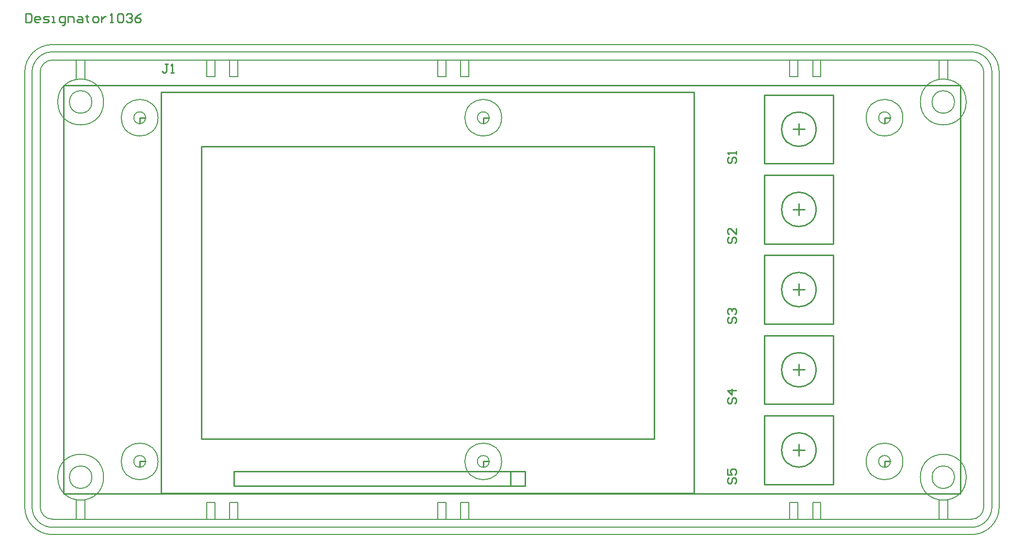
<source format=gto>
%FSLAX43Y43*%
%MOMM*%
G71*
G01*
G75*
%ADD10C,0.348*%
%ADD11C,0.599*%
%ADD12C,0.350*%
%ADD13C,0.600*%
%ADD14C,2.000*%
%ADD15C,2.500*%
%ADD16C,1.800*%
%ADD17R,1.800X1.800*%
%ADD18C,3.000*%
%ADD19R,1.700X1.700*%
%ADD20C,1.700*%
%ADD21C,1.600*%
%ADD22R,1.900X1.900*%
%ADD23C,1.900*%
%ADD24R,1.700X1.700*%
%ADD25R,1.800X1.800*%
%ADD26R,2.000X2.000*%
%ADD27C,1.500*%
%ADD28C,1.400*%
%ADD29C,1.575*%
%ADD30C,1.100*%
%ADD31C,1.100*%
%ADD32R,1.600X1.300*%
%ADD33R,1.300X1.600*%
%ADD34R,1.600X1.200*%
%ADD35O,0.750X2.500*%
%ADD36R,0.750X2.500*%
%ADD37O,2.500X0.750*%
%ADD38R,2.500X0.750*%
%ADD39R,0.500X1.500*%
%ADD40R,1.500X0.500*%
%ADD41O,0.500X1.500*%
%ADD42O,2.000X0.750*%
%ADD43R,2.000X0.750*%
%ADD44C,0.381*%
%ADD45C,0.500*%
%ADD46C,0.254*%
%ADD47C,0.127*%
D46*
X118000Y44000D02*
G03*
X118000Y44000I-3000J0D01*
G01*
Y30000D02*
G03*
X118000Y30000I-3000J0D01*
G01*
Y16000D02*
G03*
X118000Y16000I-3000J0D01*
G01*
Y2000D02*
G03*
X118000Y2000I-3000J0D01*
G01*
Y58000D02*
G03*
X118000Y58000I-3000J0D01*
G01*
X3740Y-5540D02*
Y64460D01*
X96740D01*
Y-5540D02*
Y64460D01*
X3740Y-5540D02*
X96740D01*
X16470Y-1730D02*
X67270D01*
X16470Y-4270D02*
Y-1730D01*
Y-4270D02*
X67270D01*
Y-1730D01*
X64730Y-4270D02*
Y-1730D01*
X10740Y3960D02*
X89740D01*
Y54960D01*
X10740D02*
X89740D01*
X10740Y3960D02*
Y54960D01*
X115000Y45000D02*
X115000Y43000D01*
X114000Y44000D02*
X116000D01*
X109000Y38000D02*
X121000D01*
X109000D02*
Y50000D01*
X121000D01*
Y38000D02*
Y50000D01*
X115000Y29000D02*
Y31000D01*
X114000Y30000D02*
X116000D01*
X109000Y24000D02*
X121000D01*
X109000D02*
Y36000D01*
X121000Y36000D01*
Y24000D02*
Y36000D01*
X115000Y15000D02*
X115000Y17000D01*
X114000Y16000D02*
X116000Y16000D01*
X109000Y10000D02*
X121000D01*
X109000D02*
X109000Y22000D01*
X121000D01*
Y10000D02*
Y22000D01*
X115000Y1000D02*
Y3000D01*
X114000Y2000D02*
X116000Y2000D01*
X109000Y-4000D02*
X121000D01*
X109000D02*
Y8000D01*
X121000Y8000D01*
Y-4000D02*
Y8000D01*
X129944Y59000D02*
X129944Y60000D01*
X131000D01*
X59944Y59000D02*
X59944Y60000D01*
X61000Y60000D01*
X0Y59000D02*
X0Y60000D01*
X1000D01*
X129944Y0D02*
X129944Y-1000D01*
X129944Y0D02*
X131000Y-0D01*
X59944Y-1000D02*
Y-0D01*
X61000D01*
X0Y0D02*
X0Y-1000D01*
X0Y0D02*
X1000Y-0D01*
X-13250Y-5660D02*
Y65640D01*
X-13250Y-5660D02*
X143150Y-5660D01*
X143150Y65640D02*
X143150Y-5660D01*
X-13250Y65640D02*
X143150Y65640D01*
X121000Y64000D02*
X121000Y52000D01*
X109000Y64000D02*
X121000Y64000D01*
X109000Y52000D02*
Y64000D01*
X109000Y52000D02*
X121000D01*
X114000Y58000D02*
X116000Y58000D01*
X115000Y57000D02*
Y59000D01*
X4887Y69415D02*
X4379D01*
X4633D01*
Y68145D01*
X4379Y67891D01*
X4126D01*
X3872Y68145D01*
X5395Y67891D02*
X5903D01*
X5649D01*
Y69415D01*
X5395Y69161D01*
X102834Y53148D02*
X102580Y52894D01*
Y52387D01*
X102834Y52133D01*
X103088D01*
X103342Y52387D01*
Y52894D01*
X103596Y53148D01*
X103849D01*
X104103Y52894D01*
Y52387D01*
X103849Y52133D01*
X104103Y53656D02*
Y54164D01*
Y53910D01*
X102580D01*
X102834Y53656D01*
Y39148D02*
X102580Y38894D01*
Y38387D01*
X102834Y38133D01*
X103088D01*
X103342Y38387D01*
Y38894D01*
X103596Y39148D01*
X103849D01*
X104103Y38894D01*
Y38387D01*
X103849Y38133D01*
X104103Y40672D02*
Y39656D01*
X103088Y40672D01*
X102834D01*
X102580Y40418D01*
Y39910D01*
X102834Y39656D01*
Y25148D02*
X102580Y24894D01*
Y24387D01*
X102834Y24133D01*
X103088D01*
X103342Y24387D01*
Y24894D01*
X103596Y25148D01*
X103849D01*
X104103Y24894D01*
Y24387D01*
X103849Y24133D01*
X102834Y25656D02*
X102580Y25910D01*
Y26418D01*
X102834Y26672D01*
X103088D01*
X103342Y26418D01*
Y26164D01*
Y26418D01*
X103596Y26672D01*
X103849D01*
X104103Y26418D01*
Y25910D01*
X103849Y25656D01*
X102834Y11148D02*
X102580Y10894D01*
Y10387D01*
X102834Y10133D01*
X103088D01*
X103342Y10387D01*
Y10894D01*
X103596Y11148D01*
X103849D01*
X104103Y10894D01*
Y10387D01*
X103849Y10133D01*
X104103Y12418D02*
X102580D01*
X103342Y11656D01*
Y12672D01*
X102834Y-2852D02*
X102580Y-3106D01*
Y-3613D01*
X102834Y-3867D01*
X103088D01*
X103342Y-3613D01*
Y-3106D01*
X103596Y-2852D01*
X103849D01*
X104103Y-3106D01*
Y-3613D01*
X103849Y-3867D01*
X102580Y-1328D02*
Y-2344D01*
X103342D01*
X103088Y-1836D01*
Y-1582D01*
X103342Y-1328D01*
X103849D01*
X104103Y-1582D01*
Y-2090D01*
X103849Y-2344D01*
X-19872Y78172D02*
Y76648D01*
X-19110D01*
X-18856Y76902D01*
Y77918D01*
X-19110Y78172D01*
X-19872D01*
X-17586Y76648D02*
X-18094D01*
X-18348Y76902D01*
Y77410D01*
X-18094Y77664D01*
X-17586D01*
X-17332Y77410D01*
Y77156D01*
X-18348D01*
X-16825Y76648D02*
X-16063D01*
X-15809Y76902D01*
X-16063Y77156D01*
X-16571D01*
X-16825Y77410D01*
X-16571Y77664D01*
X-15809D01*
X-15301Y76648D02*
X-14793D01*
X-15047D01*
Y77664D01*
X-15301D01*
X-13524Y76140D02*
X-13270D01*
X-13016Y76394D01*
Y77664D01*
X-13778D01*
X-14031Y77410D01*
Y76902D01*
X-13778Y76648D01*
X-13016D01*
X-12508D02*
Y77664D01*
X-11746D01*
X-11492Y77410D01*
Y76648D01*
X-10731Y77664D02*
X-10223D01*
X-9969Y77410D01*
Y76648D01*
X-10731D01*
X-10984Y76902D01*
X-10731Y77156D01*
X-9969D01*
X-9207Y77918D02*
Y77664D01*
X-9461D01*
X-8953D01*
X-9207D01*
Y76902D01*
X-8953Y76648D01*
X-7937D02*
X-7430D01*
X-7176Y76902D01*
Y77410D01*
X-7430Y77664D01*
X-7937D01*
X-8191Y77410D01*
Y76902D01*
X-7937Y76648D01*
X-6668Y77664D02*
Y76648D01*
Y77156D01*
X-6414Y77410D01*
X-6160Y77664D01*
X-5906D01*
X-5144Y76648D02*
X-4637D01*
X-4890D01*
Y78172D01*
X-5144Y77918D01*
X-3875D02*
X-3621Y78172D01*
X-3113D01*
X-2859Y77918D01*
Y76902D01*
X-3113Y76648D01*
X-3621D01*
X-3875Y76902D01*
Y77918D01*
X-2351D02*
X-2097Y78172D01*
X-1590D01*
X-1336Y77918D01*
Y77664D01*
X-1590Y77410D01*
X-1843D01*
X-1590D01*
X-1336Y77156D01*
Y76902D01*
X-1590Y76648D01*
X-2097D01*
X-2351Y76902D01*
X188Y78172D02*
X-320Y77918D01*
X-828Y77410D01*
Y76902D01*
X-574Y76648D01*
X-66D01*
X188Y76902D01*
Y77156D01*
X-66Y77410D01*
X-828D01*
D47*
X130973Y60000D02*
G03*
X130973Y60000I-1029J0D01*
G01*
X133144D02*
G03*
X133144Y60000I-3200J0D01*
G01*
X147255Y67948D02*
G03*
X145121Y70081I-2134J0D01*
G01*
X-20055Y-7948D02*
G03*
X-15229Y-12774I4826J0D01*
G01*
X-15229Y72774D02*
G03*
X-20055Y67948I0J-4826D01*
G01*
X149947Y67948D02*
G03*
X145121Y72774I-4826J0D01*
G01*
X145121Y-12774D02*
G03*
X149947Y-7948I0J4826D01*
G01*
X145121Y-10081D02*
G03*
X147255Y-7948I0J2134D01*
G01*
X-17362Y-7948D02*
G03*
X-15229Y-10081I2134J0D01*
G01*
X-15229Y70081D02*
G03*
X-17362Y67948I0J-2134D01*
G01*
X144194Y-2753D02*
G03*
X144194Y-2753I-4001J0D01*
G01*
X-6301D02*
G03*
X-6301Y-2753I-4001J0D01*
G01*
X-6301Y62753D02*
G03*
X-6301Y62753I-4001J0D01*
G01*
X144194Y62753D02*
G03*
X144194Y62753I-4001J0D01*
G01*
X-8333Y-2753D02*
G03*
X-8333Y-2753I-1969J0D01*
G01*
X-8333Y62753D02*
G03*
X-8333Y62753I-1969J0D01*
G01*
X142162Y-2753D02*
G03*
X142162Y-2753I-1969J0D01*
G01*
Y62753D02*
G03*
X142162Y62753I-1969J0D01*
G01*
X-18781Y-7948D02*
G03*
X-15229Y-11500I3552J0D01*
G01*
X-15229Y71500D02*
G03*
X-18781Y67948I0J-3552D01*
G01*
X145121Y-11500D02*
G03*
X148674Y-7948I0J3552D01*
G01*
X148674Y67948D02*
G03*
X145121Y71500I-3552J0D01*
G01*
X63144Y-0D02*
G03*
X63144Y-0I-3200J0D01*
G01*
X63144Y60000D02*
G03*
X63144Y60000I-3200J0D01*
G01*
X133144Y-0D02*
G03*
X133144Y-0I-3200J0D01*
G01*
X60973D02*
G03*
X60973Y-0I-1029J0D01*
G01*
X60973Y60000D02*
G03*
X60973Y60000I-1029J0D01*
G01*
X130973Y-0D02*
G03*
X130973Y-0I-1029J0D01*
G01*
X1029D02*
G03*
X1029Y-0I-1029J0D01*
G01*
X3200D02*
G03*
X3200Y-0I-3200J0D01*
G01*
X1029Y60000D02*
G03*
X1029Y60000I-1029J0D01*
G01*
X3200D02*
G03*
X3200Y60000I-3200J0D01*
G01*
X149947Y67948D02*
X149947Y-7948D01*
X-15229Y72774D02*
X145121D01*
X-20055Y-7948D02*
X-20055Y67948D01*
X-15229Y-12774D02*
X145121D01*
X147255Y-7948D02*
X147255Y67948D01*
X-15229Y-10081D02*
X145121Y-10081D01*
X-15229Y70081D02*
X145121Y70081D01*
X-17362Y-7948D02*
Y67948D01*
X-11063Y-10081D02*
X-11063Y-6681D01*
X139432Y-10081D02*
Y-6681D01*
X-9539Y-10081D02*
X-9539Y-6681D01*
X140956Y-10081D02*
Y-6681D01*
X139432Y66680D02*
Y70081D01*
X140956Y66680D02*
Y70081D01*
X-9539Y66680D02*
Y70081D01*
X-11063Y66680D02*
Y70081D01*
X118807Y-7186D02*
X118807Y-10081D01*
X117407Y-7186D02*
X117407Y-10081D01*
X114807Y-10081D02*
Y-7186D01*
X113407Y-7186D02*
X113407Y-10081D01*
X57407Y-7186D02*
X57407Y-10081D01*
X52007Y-7186D02*
X52007Y-10081D01*
X53407Y-10081D02*
X53407Y-7186D01*
X56007Y-10081D02*
X56007Y-7186D01*
X57407D02*
X57407Y-10081D01*
X17107D02*
Y-7186D01*
X11707Y-10081D02*
Y-7186D01*
X13107Y-7186D02*
X13107Y-10081D01*
X15707Y-10081D02*
Y-7186D01*
X17107Y-10081D02*
Y-7186D01*
X117407Y67186D02*
X118807Y67186D01*
X11707Y-7186D02*
X13107Y-7186D01*
X11707Y67186D02*
Y70081D01*
X13107Y67186D02*
X13107Y70081D01*
X15707D02*
X15707Y67186D01*
X17107Y67186D02*
Y70081D01*
Y67186D02*
Y70081D01*
X57407Y67186D02*
X57407Y70081D01*
X57407Y67186D02*
X57407Y70081D01*
X56007Y67186D02*
Y70081D01*
X53407Y70081D02*
X53407Y67186D01*
X52007Y70081D02*
X52007Y67186D01*
X118807Y67186D02*
X118807Y70081D01*
X117407Y67186D02*
X117407Y70081D01*
X114807Y70081D02*
X114807Y67186D01*
X113407Y67186D02*
X113407Y70081D01*
X113407Y67186D02*
X114807Y67186D01*
X56007Y67186D02*
X57407Y67186D01*
X113407Y-7186D02*
X114807Y-7186D01*
X117407Y-7186D02*
X118807D01*
X56007D02*
X57407D01*
X52007Y67186D02*
X53407Y67186D01*
X15707D02*
X17107Y67186D01*
X52007Y-7186D02*
X53407D01*
X11707Y67186D02*
X13107D01*
X15707Y-7186D02*
X17107Y-7186D01*
X-18781Y-7953D02*
X-18781Y67953D01*
X-15229Y-11500D02*
X145121Y-11500D01*
X-15229Y71500D02*
X145121D01*
X148674Y67948D02*
X148674Y-7948D01*
M02*

</source>
